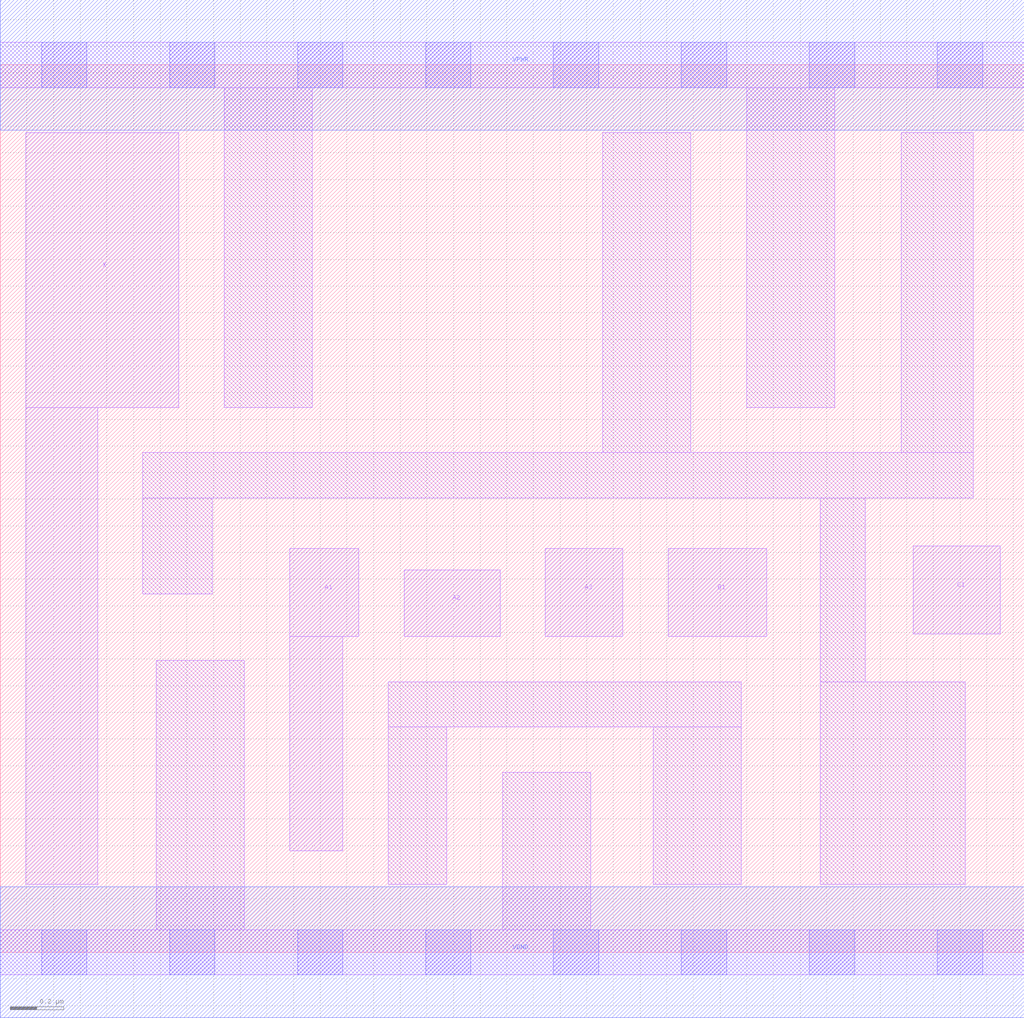
<source format=lef>
# Copyright 2020 The SkyWater PDK Authors
#
# Licensed under the Apache License, Version 2.0 (the "License");
# you may not use this file except in compliance with the License.
# You may obtain a copy of the License at
#
#     https://www.apache.org/licenses/LICENSE-2.0
#
# Unless required by applicable law or agreed to in writing, software
# distributed under the License is distributed on an "AS IS" BASIS,
# WITHOUT WARRANTIES OR CONDITIONS OF ANY KIND, either express or implied.
# See the License for the specific language governing permissions and
# limitations under the License.
#
# SPDX-License-Identifier: Apache-2.0

VERSION 5.7 ;
  NAMESCASESENSITIVE ON ;
  NOWIREEXTENSIONATPIN ON ;
  DIVIDERCHAR "/" ;
  BUSBITCHARS "[]" ;
UNITS
  DATABASE MICRONS 200 ;
END UNITS
MACRO sky130_fd_sc_lp__o311a_1
  CLASS CORE ;
  SOURCE USER ;
  FOREIGN sky130_fd_sc_lp__o311a_1 ;
  ORIGIN  0.000000  0.000000 ;
  SIZE  3.840000 BY  3.330000 ;
  SYMMETRY X Y R90 ;
  SITE unit ;
  PIN A1
    ANTENNAGATEAREA  0.315000 ;
    DIRECTION INPUT ;
    USE SIGNAL ;
    PORT
      LAYER li1 ;
        RECT 1.085000 0.380000 1.285000 1.185000 ;
        RECT 1.085000 1.185000 1.345000 1.515000 ;
    END
  END A1
  PIN A2
    ANTENNAGATEAREA  0.315000 ;
    DIRECTION INPUT ;
    USE SIGNAL ;
    PORT
      LAYER li1 ;
        RECT 1.515000 1.185000 1.875000 1.435000 ;
    END
  END A2
  PIN A3
    ANTENNAGATEAREA  0.315000 ;
    DIRECTION INPUT ;
    USE SIGNAL ;
    PORT
      LAYER li1 ;
        RECT 2.045000 1.185000 2.335000 1.515000 ;
    END
  END A3
  PIN B1
    ANTENNAGATEAREA  0.315000 ;
    DIRECTION INPUT ;
    USE SIGNAL ;
    PORT
      LAYER li1 ;
        RECT 2.505000 1.185000 2.875000 1.515000 ;
    END
  END B1
  PIN C1
    ANTENNAGATEAREA  0.315000 ;
    DIRECTION INPUT ;
    USE SIGNAL ;
    PORT
      LAYER li1 ;
        RECT 3.425000 1.195000 3.750000 1.525000 ;
    END
  END C1
  PIN X
    ANTENNADIFFAREA  0.556500 ;
    DIRECTION OUTPUT ;
    USE SIGNAL ;
    PORT
      LAYER li1 ;
        RECT 0.095000 0.255000 0.365000 2.045000 ;
        RECT 0.095000 2.045000 0.670000 3.075000 ;
    END
  END X
  PIN VGND
    DIRECTION INOUT ;
    USE GROUND ;
    PORT
      LAYER met1 ;
        RECT 0.000000 -0.245000 3.840000 0.245000 ;
    END
  END VGND
  PIN VPWR
    DIRECTION INOUT ;
    USE POWER ;
    PORT
      LAYER met1 ;
        RECT 0.000000 3.085000 3.840000 3.575000 ;
    END
  END VPWR
  OBS
    LAYER li1 ;
      RECT 0.000000 -0.085000 3.840000 0.085000 ;
      RECT 0.000000  3.245000 3.840000 3.415000 ;
      RECT 0.535000  1.345000 0.795000 1.705000 ;
      RECT 0.535000  1.705000 3.650000 1.875000 ;
      RECT 0.585000  0.085000 0.915000 1.095000 ;
      RECT 0.840000  2.045000 1.170000 3.245000 ;
      RECT 1.455000  0.255000 1.675000 0.845000 ;
      RECT 1.455000  0.845000 2.780000 1.015000 ;
      RECT 1.885000  0.085000 2.215000 0.675000 ;
      RECT 2.260000  1.875000 2.590000 3.075000 ;
      RECT 2.450000  0.255000 2.780000 0.845000 ;
      RECT 2.800000  2.045000 3.130000 3.245000 ;
      RECT 3.075000  0.255000 3.620000 1.015000 ;
      RECT 3.075000  1.015000 3.245000 1.705000 ;
      RECT 3.380000  1.875000 3.650000 3.075000 ;
    LAYER mcon ;
      RECT 0.155000 -0.085000 0.325000 0.085000 ;
      RECT 0.155000  3.245000 0.325000 3.415000 ;
      RECT 0.635000 -0.085000 0.805000 0.085000 ;
      RECT 0.635000  3.245000 0.805000 3.415000 ;
      RECT 1.115000 -0.085000 1.285000 0.085000 ;
      RECT 1.115000  3.245000 1.285000 3.415000 ;
      RECT 1.595000 -0.085000 1.765000 0.085000 ;
      RECT 1.595000  3.245000 1.765000 3.415000 ;
      RECT 2.075000 -0.085000 2.245000 0.085000 ;
      RECT 2.075000  3.245000 2.245000 3.415000 ;
      RECT 2.555000 -0.085000 2.725000 0.085000 ;
      RECT 2.555000  3.245000 2.725000 3.415000 ;
      RECT 3.035000 -0.085000 3.205000 0.085000 ;
      RECT 3.035000  3.245000 3.205000 3.415000 ;
      RECT 3.515000 -0.085000 3.685000 0.085000 ;
      RECT 3.515000  3.245000 3.685000 3.415000 ;
  END
END sky130_fd_sc_lp__o311a_1

</source>
